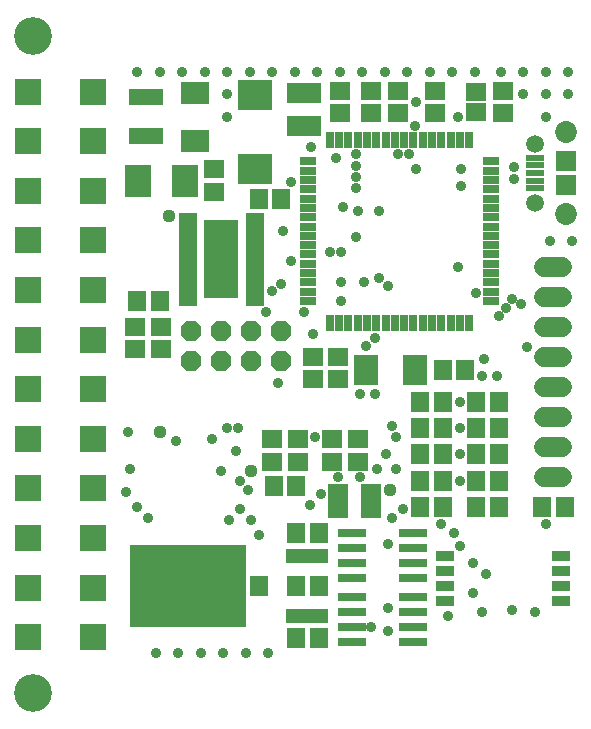
<source format=gbr>
G04 EAGLE Gerber RS-274X export*
G75*
%MOMM*%
%FSLAX34Y34*%
%LPD*%
%INSoldermask Top*%
%IPPOS*%
%AMOC8*
5,1,8,0,0,1.08239X$1,22.5*%
G01*
%ADD10R,2.203200X2.703200*%
%ADD11R,2.363200X1.983200*%
%ADD12R,3.003200X1.403200*%
%ADD13R,3.003200X2.603200*%
%ADD14R,1.503200X1.703200*%
%ADD15R,1.703200X1.503200*%
%ADD16R,2.103200X2.603200*%
%ADD17R,3.603200X1.203200*%
%ADD18R,9.803200X7.003200*%
%ADD19R,1.503200X0.653200*%
%ADD20R,2.853200X6.603200*%
%ADD21R,2.903200X1.803200*%
%ADD22R,1.803200X2.903200*%
%ADD23R,2.403200X0.803200*%
%ADD24R,1.549400X0.889000*%
%ADD25R,1.397000X0.762000*%
%ADD26R,0.762000X1.397000*%
%ADD27P,1.869504X8X202.500000*%
%ADD28R,1.553200X0.603200*%
%ADD29C,1.511200*%
%ADD30C,1.853200*%
%ADD31R,1.703200X1.703200*%
%ADD32C,1.727200*%
%ADD33R,2.303200X2.303200*%
%ADD34C,3.203200*%
%ADD35C,1.117600*%
%ADD36C,0.914400*%


D10*
X122875Y415925D03*
X162875Y415925D03*
D11*
X171450Y449600D03*
X171450Y490300D03*
D12*
X130175Y486400D03*
X130175Y453400D03*
D13*
X222250Y425700D03*
X222250Y488700D03*
D14*
X380975Y161925D03*
X361975Y161925D03*
X380975Y184150D03*
X361975Y184150D03*
X380975Y206375D03*
X361975Y206375D03*
X380975Y228600D03*
X361975Y228600D03*
X428600Y228600D03*
X409600Y228600D03*
X428600Y184150D03*
X409600Y184150D03*
X428600Y161925D03*
X409600Y161925D03*
X380975Y139700D03*
X361975Y139700D03*
X409600Y139700D03*
X428600Y139700D03*
D15*
X320675Y492100D03*
X320675Y473100D03*
X342900Y473100D03*
X342900Y492100D03*
X374650Y492100D03*
X374650Y473100D03*
X293688Y492100D03*
X293688Y473100D03*
X271463Y247675D03*
X271463Y266675D03*
X292100Y247675D03*
X292100Y266675D03*
D14*
X400025Y255588D03*
X381025Y255588D03*
D16*
X316210Y255568D03*
X357210Y255568D03*
D17*
X266025Y47625D03*
X266025Y98425D03*
D18*
X165025Y73025D03*
D19*
X165175Y385000D03*
X165175Y378500D03*
X165175Y372000D03*
X165175Y365500D03*
X165175Y359000D03*
X165175Y352500D03*
X165175Y346000D03*
X165175Y339500D03*
X165175Y333000D03*
X165175Y326500D03*
X165175Y320000D03*
X165175Y313500D03*
X222175Y313500D03*
X222175Y320000D03*
X222175Y326500D03*
X222175Y333000D03*
X222175Y339500D03*
X222175Y346000D03*
X222175Y352500D03*
X222175Y359000D03*
X222175Y365500D03*
X222175Y372000D03*
X222175Y378500D03*
X222175Y385000D03*
D20*
X193675Y349250D03*
D15*
X187325Y425425D03*
X187325Y406425D03*
D14*
X225450Y400050D03*
X244450Y400050D03*
D21*
X263525Y490250D03*
X263525Y462250D03*
D14*
X276200Y28575D03*
X257200Y28575D03*
D22*
X320388Y144463D03*
X292388Y144463D03*
D23*
X356200Y38100D03*
X304200Y38100D03*
X356200Y25400D03*
X356200Y50800D03*
X356200Y63500D03*
X304200Y25400D03*
X304200Y50800D03*
X304200Y63500D03*
D14*
X225400Y73025D03*
X206400Y73025D03*
D24*
X382588Y60325D03*
X382588Y98425D03*
X382588Y73025D03*
X382588Y85725D03*
X481013Y60325D03*
X481013Y98425D03*
X481013Y73025D03*
X481013Y85725D03*
D25*
X266891Y432118D03*
X266891Y424244D03*
X266891Y416370D03*
X266891Y408496D03*
X266891Y400622D03*
X266891Y392748D03*
X266891Y384874D03*
X266891Y377000D03*
X266891Y369126D03*
X266891Y361252D03*
X266891Y353378D03*
X266891Y345504D03*
X266891Y337630D03*
X266891Y329756D03*
X266891Y321882D03*
X266891Y314008D03*
D26*
X285433Y295466D03*
X293307Y295466D03*
X301181Y295466D03*
X309055Y295466D03*
X316929Y295466D03*
X324803Y295466D03*
X332677Y295466D03*
X340551Y295466D03*
X348425Y295466D03*
X356299Y295466D03*
X364173Y295466D03*
X372047Y295466D03*
X379921Y295466D03*
X387795Y295466D03*
X395669Y295466D03*
X403543Y295466D03*
D25*
X422085Y314008D03*
X422085Y321882D03*
X422085Y329756D03*
X422085Y337630D03*
X422085Y345504D03*
X422085Y353378D03*
X422085Y361252D03*
X422085Y369126D03*
X422085Y377000D03*
X422085Y384874D03*
X422085Y392748D03*
X422085Y400622D03*
X422085Y408496D03*
X422085Y416370D03*
X422085Y424244D03*
X422085Y432118D03*
D26*
X403543Y450660D03*
X395669Y450660D03*
X387795Y450660D03*
X379921Y450660D03*
X372047Y450660D03*
X364173Y450660D03*
X356299Y450660D03*
X348425Y450660D03*
X340551Y450660D03*
X332677Y450660D03*
X324803Y450660D03*
X316929Y450660D03*
X309055Y450660D03*
X301181Y450660D03*
X293307Y450660D03*
X285433Y450660D03*
D14*
X141263Y314325D03*
X122263Y314325D03*
D15*
X120650Y292075D03*
X120650Y273075D03*
X142875Y292075D03*
X142875Y273075D03*
X409575Y491100D03*
X409575Y474100D03*
X431800Y473100D03*
X431800Y492100D03*
D27*
X244475Y288925D03*
X244475Y263525D03*
X219075Y288925D03*
X219075Y263525D03*
X193675Y288925D03*
X193675Y263525D03*
X168275Y288925D03*
X168275Y263525D03*
D14*
X276200Y73025D03*
X257200Y73025D03*
X428600Y206375D03*
X409600Y206375D03*
D15*
X258763Y177825D03*
X258763Y196825D03*
X236538Y196825D03*
X236538Y177825D03*
D14*
X257150Y157163D03*
X238150Y157163D03*
D15*
X309563Y177825D03*
X309563Y196825D03*
X287338Y177825D03*
X287338Y196825D03*
D28*
X458788Y422275D03*
X458788Y428775D03*
X458788Y435275D03*
X458788Y415775D03*
X458788Y409275D03*
D29*
X458788Y397275D03*
X458788Y447275D03*
D30*
X485788Y387275D03*
X485788Y457275D03*
D31*
X485788Y412275D03*
X485788Y432275D03*
D32*
X482283Y241300D02*
X467043Y241300D01*
X467043Y266700D02*
X482283Y266700D01*
X482283Y292100D02*
X467043Y292100D01*
X467043Y317500D02*
X482283Y317500D01*
X482283Y342900D02*
X467043Y342900D01*
D23*
X356200Y92075D03*
X304200Y92075D03*
X356200Y79375D03*
X356200Y104775D03*
X356200Y117475D03*
X304200Y79375D03*
X304200Y104775D03*
X304200Y117475D03*
D14*
X276200Y117475D03*
X257200Y117475D03*
X484163Y139700D03*
X465163Y139700D03*
D33*
X84650Y491350D03*
X84650Y449350D03*
X84650Y407350D03*
X84650Y365350D03*
X84650Y323350D03*
X84650Y281350D03*
X84650Y239350D03*
X84650Y197350D03*
X84650Y155350D03*
X84650Y113350D03*
X84650Y71350D03*
X29650Y491350D03*
X29650Y449350D03*
X29650Y407350D03*
X29650Y365350D03*
X29650Y323350D03*
X29650Y281350D03*
X29650Y239350D03*
X29650Y197350D03*
X29650Y155350D03*
X29650Y113350D03*
X84650Y29350D03*
X29650Y71350D03*
X29650Y29350D03*
D34*
X34250Y538350D03*
X34250Y-17650D03*
D32*
X467043Y215900D02*
X482283Y215900D01*
X482283Y190500D02*
X467043Y190500D01*
X467043Y165100D02*
X482283Y165100D01*
D35*
X141288Y203200D03*
X219075Y169863D03*
X149225Y385763D03*
X187325Y374650D03*
X200025Y374650D03*
X187325Y361950D03*
X200025Y361950D03*
X200025Y349250D03*
X187325Y349250D03*
X187325Y336550D03*
X200025Y336550D03*
X200025Y323850D03*
X187325Y323850D03*
D36*
X327025Y390525D03*
X396875Y425450D03*
X290513Y434975D03*
X309563Y390525D03*
X414338Y250825D03*
X468313Y125413D03*
X414338Y50800D03*
X417513Y82550D03*
X225425Y115888D03*
X268288Y141288D03*
X311150Y165100D03*
X311150Y234950D03*
X427038Y250825D03*
X323850Y282575D03*
X122238Y139700D03*
X131763Y130175D03*
X112713Y152400D03*
X325438Y171450D03*
X157163Y15875D03*
X176213Y15875D03*
X195263Y15875D03*
X214313Y15875D03*
X233363Y15875D03*
X385763Y47625D03*
X314325Y330200D03*
X396875Y411163D03*
X269875Y444500D03*
X358775Y482600D03*
X379413Y125413D03*
X292100Y165100D03*
X277813Y150813D03*
X341313Y171450D03*
X333375Y184150D03*
X458788Y50800D03*
X209550Y138113D03*
X219075Y128588D03*
X200025Y128588D03*
X395288Y106363D03*
X115888Y171450D03*
X490538Y365125D03*
X471488Y365125D03*
X315913Y276225D03*
X323850Y234950D03*
X138113Y15875D03*
X141288Y508000D03*
X160338Y508000D03*
X179388Y508000D03*
X198438Y508000D03*
X217488Y508000D03*
X236538Y508000D03*
X255588Y508000D03*
X122238Y508000D03*
X293688Y508000D03*
X312738Y508000D03*
X331788Y508000D03*
X350838Y508000D03*
X369888Y508000D03*
X388938Y508000D03*
X407988Y508000D03*
X274638Y508000D03*
X430213Y508000D03*
X449263Y508000D03*
X468313Y508000D03*
X198438Y488950D03*
X198438Y469900D03*
X487363Y508000D03*
X449263Y488950D03*
X468313Y488950D03*
X487363Y488950D03*
X468313Y469900D03*
X296863Y393700D03*
X263525Y304800D03*
X295275Y330200D03*
X295275Y314325D03*
X338138Y130175D03*
X347663Y138113D03*
X334963Y107950D03*
X334963Y53975D03*
X334963Y34925D03*
X409575Y320675D03*
X358775Y425450D03*
X241300Y244475D03*
X352425Y438150D03*
X395288Y228600D03*
X307975Y438150D03*
X395288Y161925D03*
X307975Y409575D03*
X395288Y184150D03*
X307975Y419100D03*
X342900Y438150D03*
X415925Y265113D03*
X295275Y355600D03*
X285750Y355600D03*
X246063Y373063D03*
X395288Y206375D03*
X307975Y428625D03*
X447675Y311150D03*
X439738Y52388D03*
X236538Y322263D03*
X244475Y328613D03*
X252413Y347663D03*
X231775Y304800D03*
X320675Y38100D03*
X441325Y427038D03*
X441325Y417513D03*
X393700Y469900D03*
X393700Y342900D03*
X307975Y368300D03*
X452438Y274638D03*
D35*
X254000Y98425D03*
X266700Y98425D03*
X277813Y98425D03*
D36*
X439738Y315913D03*
X406400Y66675D03*
X198438Y206375D03*
X114300Y203200D03*
X215900Y153988D03*
X209550Y161925D03*
X207963Y206375D03*
X206375Y187325D03*
X252413Y414338D03*
X155575Y195263D03*
X193675Y169863D03*
X334963Y327025D03*
X273050Y198438D03*
X338138Y207963D03*
X185738Y196850D03*
X327025Y333375D03*
X341313Y198438D03*
X271463Y285750D03*
X357188Y461963D03*
X434975Y307975D03*
X406400Y92075D03*
X428625Y301625D03*
X390525Y117475D03*
D35*
X336550Y153988D03*
M02*

</source>
